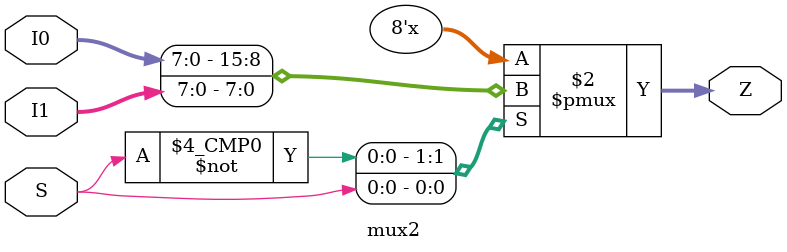
<source format=v>
module mux2 (
  input [0:0] S,
  input [7:0] I0,
  input [7:0] I1,
  output reg [7:0] Z
);

always @(*) begin
  case (S)
    1'd0: Z = I0;
    1'd1: Z = I1;
  endcase
end

endmodule
</source>
